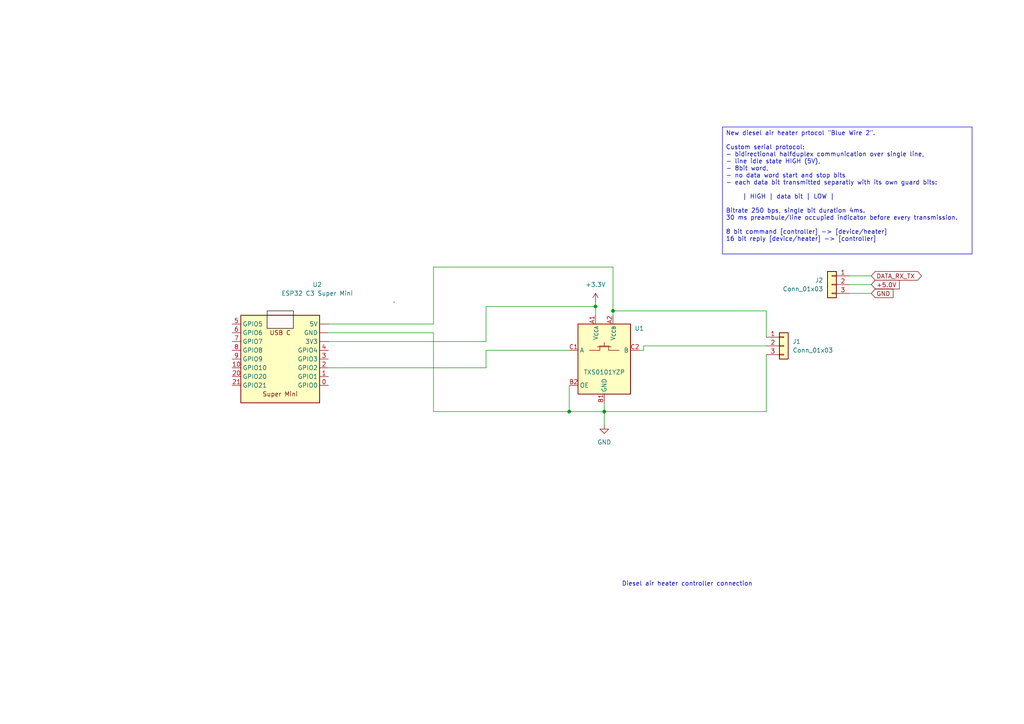
<source format=kicad_sch>
(kicad_sch (version 20230121) (generator eeschema)
  (paper "A4")
  (lib_symbols
    (symbol "Connector_Generic:Conn_01x03" (pin_names (offset 1.016) hide)
      (property "Reference" "J" (at 0 5.08 0))
      (property "Value" "Conn_01x03" (at 0 -5.08 0))
      (symbol "Conn_01x03_1_1"
        (rectangle (start -1.27 -2.413) (end 0 -2.667) (stroke (width 0.1524)))
        (rectangle (start -1.27 0.127) (end 0 -0.127) (stroke (width 0.1524)))
        (rectangle (start -1.27 2.667) (end 0 2.413) (stroke (width 0.1524)))
        (rectangle (start -1.27 3.81) (end 1.27 -3.81) (stroke (width 0.254)) (fill (type background)))
        (pin passive line (at -5.08 2.54 0) (length 3.81) (name "Pin_1") (number "1"))
        (pin passive line (at -5.08 0 0) (length 3.81) (name "Pin_2") (number "2"))
        (pin passive line (at -5.08 -2.54 0) (length 3.81) (name "Pin_3") (number "3"))
      )
    )
    (symbol "Logic_LevelTranslator:TXS0101YZP"
      (property "Reference" "U" (at -6.35 11.43 0))
      (property "Value" "TXS0101YZP" (at 8.89 11.43 0))
      (symbol "TXS0101YZP_0_1"
        (rectangle (start -7.62 10.16) (end 7.62 -10.16) (stroke (width 0.254)) (fill (type background)))
      )
      (symbol "TXS0101YZP_1_1"
        (polyline (pts (xy -4.318 2.54) (xy -1.27 2.54)))
        (polyline (pts (xy -2.032 3.556) (xy 2.032 3.556)))
        (polyline (pts (xy -1.524 3.81) (xy 1.524 3.81)))
        (polyline (pts (xy -1.27 2.54) (xy -1.27 3.556)))
        (polyline (pts (xy 0 3.81) (xy 0 4.826)))
        (polyline (pts (xy 1.27 2.54) (xy 1.27 3.556)))
        (polyline (pts (xy 4.318 2.54) (xy 1.27 2.54)))
        (pin power_in line (at -2.54 12.7 270) (length 2.54) (name "V_{CCA}") (number "A1"))
        (pin power_in line (at 2.54 12.7 270) (length 2.54) (name "V_{CCB}") (number "A2"))
        (pin power_in line (at 0 -12.7 90) (length 2.54) (name "GND") (number "B1"))
        (pin input line (at -10.16 -7.62 0) (length 2.54) (name "OE") (number "B2"))
        (pin bidirectional line (at -10.16 2.54 0) (length 2.54) (name "A") (number "C1"))
        (pin bidirectional line (at 10.16 2.54 180) (length 2.54) (name "B") (number "C2"))
      )
    )
    (symbol "esp32:ESP32C3SuperMini"
      (property "Reference" "U" (at 0 0 0))
      (property "Value" "ESP32 C3 Super Mini" (at 0 -13.97 0))
      (symbol "ESP32C3SuperMini_1_1"
        (rectangle (start -11.43 12.7) (end 11.43 -12.7) (stroke (width 0.254)) (fill (type background)))
        (rectangle (start -3.81 13.97) (end 3.81 8.89) (stroke (width 0) (color 0 0 0 1)) (fill (type color) (color 255 249 251 1)))
        (rectangle (start 3.81 -11.43) (end 3.81 -11.43))
        (circle (center 33.02 16.51) (radius 0.0001))
        (text "Super Mini" (at 0 -10.16 0) (effects (font (size 1.27 1.27))))
        (text "USB C" (at 0 7.62 0) (effects (font (size 1.27 1.27))))
        (pin power_in line (at 13.97 5.08 180) (length 2.54) (name "3V3") (number ""))
        (pin power_in line (at 13.97 10.16 180) (length 2.54) (name "5V") (number ""))
        (pin power_in line (at 13.97 7.62 180) (length 2.54) (name "GND") (number ""))
        (pin bidirectional line (at 13.97 -7.62 180) (length 2.54) (name "GPIO0") (number "0"))
        (pin bidirectional line (at 13.97 -5.08 180) (length 2.54) (name "GPIO1") (number "1"))
        (pin bidirectional line (at -13.97 -2.54 0) (length 2.54) (name "GPIO10") (number "10"))
        (pin bidirectional line (at 13.97 -2.54 180) (length 2.54) (name "GPIO2") (number "2"))
        (pin bidirectional line (at -13.97 -5.08 0) (length 2.54) (name "GPIO20") (number "20"))
        (pin bidirectional line (at -13.97 -7.62 0) (length 2.54) (name "GPIO21") (number "21"))
        (pin bidirectional line (at 13.97 0 180) (length 2.54) (name "GPIO3") (number "3"))
        (pin bidirectional line (at 13.97 2.54 180) (length 2.54) (name "GPIO4") (number "4"))
        (pin bidirectional line (at -13.97 10.16 0) (length 2.54) (name "GPIO5") (number "5"))
        (pin bidirectional line (at -13.97 7.62 0) (length 2.54) (name "GPIO6") (number "6"))
        (pin bidirectional line (at -13.97 5.08 0) (length 2.54) (name "GPIO7") (number "7"))
        (pin bidirectional line (at -13.97 2.54 0) (length 2.54) (name "GPIO8") (number "8"))
        (pin bidirectional line (at -13.97 0 0) (length 2.54) (name "GPIO9") (number "9"))
      )
    )
    (symbol "power:+3.3V" (power) (pin_names (offset 0))
      (property "Value" "+3.3V" (at 0 3.556 0))
      (symbol "+3.3V_0_1"
        (polyline (pts (xy -0.762 1.27) (xy 0 2.54)))
        (polyline (pts (xy 0 0) (xy 0 2.54)))
        (polyline (pts (xy 0 2.54) (xy 0.762 1.27)))
      )
      (symbol "+3.3V_1_1"
        (pin power_in line (at 0 0 90) (length 0) hide (name "+3.3V") (number "1"))
      )
    )
    (symbol "power:GND" (power) (pin_names (offset 0))
      (property "Value" "GND" (at 0 -3.81 0))
      (symbol "GND_0_1"
        (polyline (pts (xy 0 0) (xy 0 -1.27) (xy 1.27 -1.27) (xy 0 -2.54) (xy -1.27 -1.27) (xy 0 -1.27)))
      )
      (symbol "GND_1_1"
        (pin power_in line (at 0 0 270) (length 0) hide (name "GND") (number "1"))
      )
    )
  )
  (junction (at 175.26 119.38))
  (junction (at 172.72 88.9))
  (junction (at 165.1 119.38))
  (junction (at 177.8 90.17))
  (wire (pts (xy 177.8 91.44) (xy 177.8 90.17)))
  (wire (pts (xy 177.8 77.47) (xy 125.73 77.47)))
  (wire (pts (xy 95.25 96.52) (xy 125.73 96.52)))
  (wire (pts (xy 246.38 80.01) (xy 252.73 80.01)))
  (wire (pts (xy 140.97 88.9) (xy 172.72 88.9)))
  (wire (pts (xy 125.73 93.98) (xy 95.25 93.98)))
  (wire (pts (xy 177.8 90.17) (xy 177.8 77.47)))
  (wire (pts (xy 246.38 85.09) (xy 252.73 85.09)))
  (wire (pts (xy 222.25 119.38) (xy 222.25 102.87)))
  (wire (pts (xy 172.72 87.63) (xy 172.72 88.9)))
  (wire (pts (xy 140.97 106.68) (xy 140.97 101.6)))
  (wire (pts (xy 125.73 77.47) (xy 125.73 93.98)))
  (wire (pts (xy 177.8 90.17) (xy 222.25 90.17)))
  (wire (pts (xy 185.42 101.6) (xy 186.69 101.6)))
  (wire (pts (xy 165.1 111.76) (xy 165.1 119.38)))
  (wire (pts (xy 140.97 99.06) (xy 140.97 88.9)))
  (wire (pts (xy 95.25 106.68) (xy 140.97 106.68)))
  (wire (pts (xy 125.73 96.52) (xy 125.73 119.38)))
  (wire (pts (xy 186.69 101.6) (xy 186.69 100.33)))
  (wire (pts (xy 165.1 119.38) (xy 175.26 119.38)))
  (wire (pts (xy 175.26 119.38) (xy 175.26 123.19)))
  (wire (pts (xy 246.38 82.55) (xy 252.73 82.55)))
  (wire (pts (xy 222.25 90.17) (xy 222.25 97.79)))
  (wire (pts (xy 175.26 119.38) (xy 222.25 119.38)))
  (wire (pts (xy 172.72 88.9) (xy 172.72 91.44)))
  (wire (pts (xy 186.69 100.33) (xy 222.25 100.33)))
  (wire (pts (xy 175.26 119.38) (xy 175.26 116.84)))
  (wire (pts (xy 125.73 119.38) (xy 165.1 119.38)))
  (wire (pts (xy 95.25 99.06) (xy 140.97 99.06)))
  (wire (pts (xy 140.97 101.6) (xy 165.1 101.6)))
  (text_box "New diesel air heater prtocol \"Blue Wire 2\".\n\nCustom serial protocol:\n- bidirectional halfduplex communication over single line,\n- line idle state HIGH (5V),\n- 8bit word,\n- no data word start and stop bits\n- each data bit transmitted separatly with its own guard bits:\n\n	| HIGH | data bit | LOW |\n\nBitrate 250 bps, single bit duration 4ms.\n30 ms preambule/line occupied indicator before every transmission.  \n\n8 bit command [controller] -> [device/heater]\n16 bit reply [device/heater] -> [controller] \n" (at 209.55 36.83 0) (size 72.39 36.83) (effects (font (size 1.27 1.27)) (justify left top)))
  (text "Diesel air heater controller connection" (at 180.34 170.18 0) (effects (font (size 1.27 1.27)) (justify left bottom)))
  (global_label "+5.0V" (shape input) (at 252.73 82.55 0) (property "Intersheetrefs" "${INTERSHEET_REFS}" (effects hide)))
  (global_label "DATA_RX_TX" (shape bidirectional) (at 252.73 80.01 0) (property "Intersheetrefs" "${INTERSHEET_REFS}" (effects hide)))
  (global_label "GND" (shape input) (at 252.73 85.09 0) (property "Intersheetrefs" "${INTERSHEET_REFS}" (effects hide)))
  (symbol (lib_id "Connector_Generic:Conn_01x03") (at 241.3 82.55 0) (mirror y) (unit 1)
    (property "Reference" "J2" (at 238.76 81.28 0) (effects (justify left)))
    (property "Value" "Conn_01x03" (at 238.76 83.82 0) (effects (justify left)))
  )
  (symbol (lib_id "Connector_Generic:Conn_01x03") (at 227.33 100.33 0) (unit 1)
    (property "Reference" "J1" (at 229.87 99.06 0) (effects (justify left)))
    (property "Value" "Conn_01x03" (at 229.87 101.6 0) (effects (justify left)))
  )
  (symbol (lib_id "power:+3.3V") (at 172.72 87.63 0) (unit 1)
    (property "Reference" "#PWR02" (effects hide))
    (property "Value" "+3.3V" (at 172.72 82.55 0))
  )
  (symbol (lib_id "esp32:ESP32C3SuperMini") (at 81.28 104.14 0) (unit 1)
    (property "Reference" "U2" (at 92.0115 82.55 0))
    (property "Value" "ESP32 C3 Super Mini" (at 92.0115 85.09 0))
    (property "Footprint" "Package_DFN_QFN:" (effects hide))
    (property "Datasheet" "http://espressif.com/sites/default/files/documentation/????" (effects hide))
  )
  (symbol (lib_id "power:GND") (at 175.26 123.19 0) (unit 1)
    (property "Reference" "#PWR01" (effects hide))
    (property "Value" "GND" (at 175.26 128.27 0))
  )
  (symbol (lib_id "Logic_LevelTranslator:TXS0101YZP") (at 175.26 104.14 0) (unit 1)
    (property "Reference" "U1" (at 185.42 95.25 0))
    (property "Value" "TXS0101YZP" (at 175.26 107.95 0))
    (property "Footprint" "Package_BGA:Texas_DSBGA-6_0.9x1.4mm_Layout2x3_P0.5mm" (effects hide))
    (property "Datasheet" "https://www.ti.com/lit/ds/symlink/txs0101.pdf" (effects hide))
  )
)
</source>
